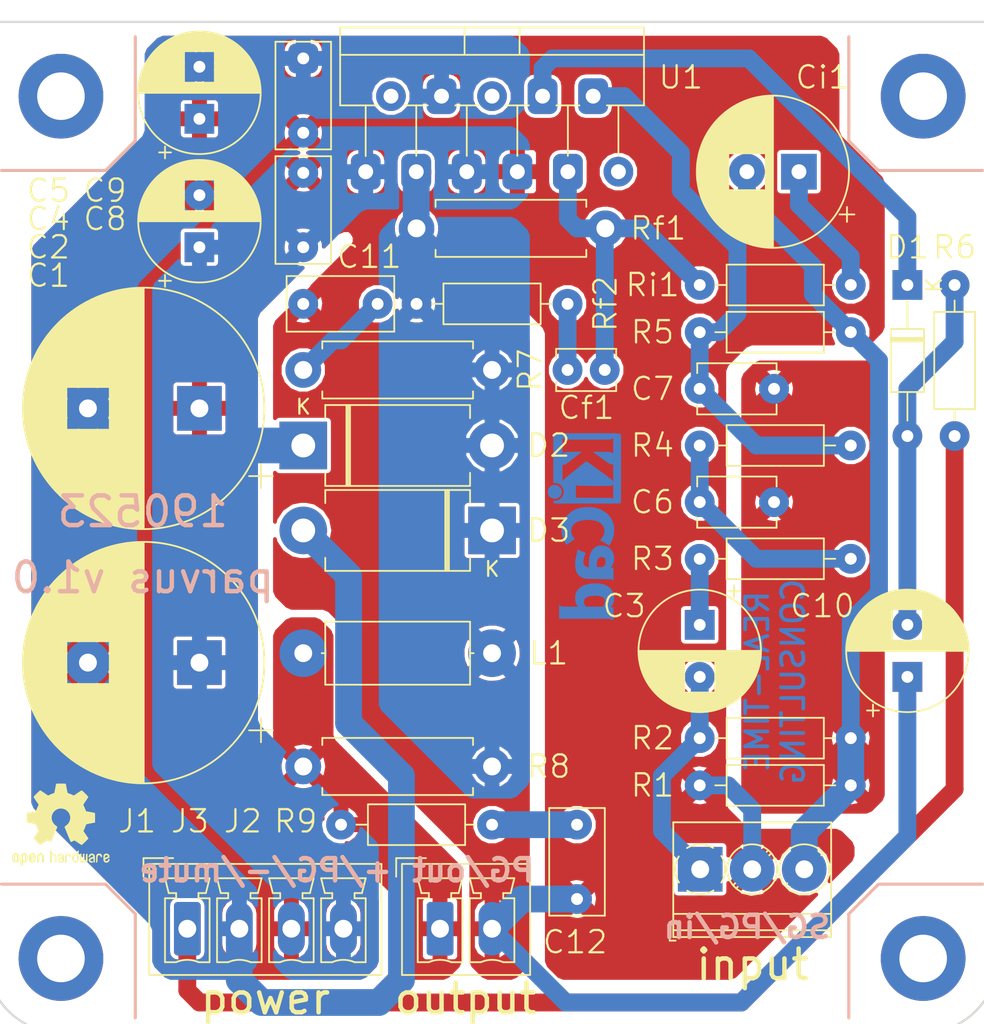
<source format=kicad_pcb>
(kicad_pcb (version 20171130) (host pcbnew 5.0.2-bee76a0~70~ubuntu18.04.1)
  (layers (0 F.Cu signal) (31 B.Cu signal) (34 B.Paste user) (35 F.Paste user) (36 B.SilkS user) (37 F.SilkS user) (38 B.Mask user) (39 F.Mask user) (44 Edge.Cuts user hide))
  (net 0 "")
  (net 1 "Net-(C3-Pad1)")
  (net 2 GNDPWR)
  (net 3 VCC)
  (net 4 VEE)
  (net 5 "Net-(C3-Pad2)")
  (net 6 "Net-(C7-Pad1)")
  (net 7 "Net-(C6-Pad1)")
  (net 8 "Net-(C10-Pad2)")
  (net 9 "Net-(C11-Pad2)")
  (net 10 "Net-(C12-Pad2)")
  (net 11 "Net-(Cf1-Pad2)")
  (net 12 "Net-(Ci1-Pad1)")
  (net 13 "Net-(D1-Pad1)")
  (net 14 "Net-(Cf1-Pad1)")
  (net 15 /out)
  (net 16 /sgnd)
  (net 17 "Net-(J1-Pad1)")
  (net 18 "Net-(J3-Pad1)")
  (module Resistor_THT:R_Axial_DIN0207_L6.3mm_D2.5mm_P10.16mm_Horizontal (layer F.Cu) (at 159.63 104.775 180)
    (fp_text reference R1 (at 13.335 0 180) (layer F.SilkS) (effects (font (size 1.5 1.5))))
    (fp_text value 10)
    (pad 1 thru_hole circle (at 0 0 180) (size 2 2) (drill 0.8) (layers *.Cu *.Mask) (net 16 /sgnd))
    (pad 2 thru_hole circle (at 10.16 0 180) (size 2 2) (drill 0.8) (layers *.Cu *.Mask) (net 2 GNDPWR))
  )
  (module Capacitor_THT:C_Rect_L7.0mm_W3.5mm_P5.00mm (layer F.Cu) (at 141.215 112.42 90)
    (fp_text reference C12 (at -2.896 -0.127 180) (layer F.SilkS) (effects (font (size 1.5 1.5))))
    (fp_text value 100n)
    (pad 1 thru_hole circle (at 0 0 90) (size 2 2) (drill 0.8) (layers *.Cu *.Mask) (net 2 GNDPWR))
    (pad 2 thru_hole circle (at 5 0 90) (size 2 2) (drill 0.8) (layers *.Cu *.Mask) (net 10 "Net-(C12-Pad2)"))
  )
  (module Capacitor_THT:CP_Radial_D16.0mm_P7.50mm (layer F.Cu) (at 115.815 96.52 180)
    (fp_text reference C1 (at 10.16 26.035 180) (layer F.SilkS) (effects (font (size 1.5 1.5))))
    (fp_text value 2m2)
    (pad 1 thru_hole rect (at 0 0 180) (size 3 3) (drill 1.2) (layers *.Cu *.Mask) (net 3 VCC))
    (pad 2 thru_hole circle (at 7.5 0 180) (size 3 3) (drill 1.2) (layers *.Cu *.Mask) (net 2 GNDPWR))
  )
  (module Capacitor_THT:CP_Radial_D8.0mm_P3.50mm (layer F.Cu) (at 115.815 68.58 90)
    (fp_text reference C4 (at 1.905 -10.16 180) (layer F.SilkS) (effects (font (size 1.5 1.5))))
    (fp_text value 100u)
    (pad 1 thru_hole rect (at 0 0 90) (size 2 2) (drill 0.8) (layers *.Cu *.Mask) (net 3 VCC))
    (pad 2 thru_hole circle (at 3.5 0 90) (size 2 2) (drill 0.8) (layers *.Cu *.Mask) (net 2 GNDPWR))
  )
  (module Capacitor_THT:C_Rect_L7.0mm_W3.5mm_P5.00mm (layer F.Cu) (at 122.8 72.39)
    (fp_text reference C11 (at 4.445 -3.175) (layer F.SilkS) (effects (font (size 1.5 1.5))))
    (fp_text value 220n)
    (pad 1 thru_hole circle (at 0 0) (size 2 2) (drill 0.8) (layers *.Cu *.Mask) (net 2 GNDPWR))
    (pad 2 thru_hole circle (at 5 0) (size 2 2) (drill 0.8) (layers *.Cu *.Mask) (net 9 "Net-(C11-Pad2)"))
  )
  (module Diode_THT:D_DO-201AD_P12.70mm_Horizontal (layer F.Cu) (at 122.8 81.915)
    (fp_text reference D2 (at 16.51 0 180) (layer F.SilkS) (effects (font (size 1.5 1.5))))
    (fp_text value 1N5404)
    (fp_text user K (at 0 -2.6) (layer F.SilkS))
    (pad 2 thru_hole oval (at 12.7 0) (size 3.2 3.2) (drill 1.6) (layers *.Cu *.Mask) (net 15 /out))
    (pad 1 thru_hole rect (at 0 0) (size 3.2 3.2) (drill 1.6) (layers *.Cu *.Mask) (net 3 VCC))
  )
  (module Symbol:KiCad-Logo_5mm_Copper (layer B.Cu) (at 142.231 87.376 270)
    (fp_text reference LOGO1 hide)
    (fp_text value Kicad_Logo)
    (fp_poly (pts (xy -2.9464 2.510946) (xy -2.935535 2.397007) (xy -2.903918 2.289384) (xy -2.853015 2.190385) (xy -2.784293 2.102316) (xy -2.699219 2.027484) (xy -2.602232 1.969616) (xy -2.495964 1.929995) (xy -2.38895 1.911427) (xy -2.2833 1.912566) (xy -2.181125 1.93207) (xy -2.084534 1.968594) (xy -1.995638 2.020795) (xy -1.916546 2.087327) (xy -1.849369 2.166848) (xy -1.796217 2.258013) (xy -1.759199 2.359477) (xy -1.740427 2.469898) (xy -1.738489 2.519794) (xy -1.738489 2.607733) (xy -1.68656 2.607733) (xy -1.650253 2.604889) (xy -1.623355 2.593089) (xy -1.596249 2.569351) (xy -1.557867 2.530969) (xy -1.557867 0.339398) (xy -1.557876 0.077261) (xy -1.557908 -0.163241) (xy -1.557972 -0.383048) (xy -1.558076 -0.583101) (xy -1.558227 -0.764344) (xy -1.558434 -0.927716) (xy -1.558706 -1.07416) (xy -1.55905 -1.204617) (xy -1.559474 -1.320029) (xy -1.559987 -1.421338) (xy -1.560597 -1.509484) (xy -1.561312 -1.58541) (xy -1.56214 -1.650057) (xy -1.563089 -1.704367) (xy -1.564167 -1.74928) (xy -1.565383 -1.78574) (xy -1.566745 -1.814687) (xy -1.568261 -1.837063) (xy -1.569938 -1.853809) (xy -1.571786 -1.865868) (xy -1.573813 -1.87418) (xy -1.576025 -1.879687) (xy -1.577108 -1.881537) (xy -1.581271 -1.888549) (xy -1.584805 -1.894996) (xy -1.588635 -1.9009) (xy -1.593682 -1.906286) (xy -1.600871 -1.911178) (xy -1.611123 -1.915598) (xy -1.625364 -1.919572) (xy -1.644514 -1.923121) (xy -1.669499 -1.92627) (xy -1.70124 -1.929042) (xy -1.740662 -1.931461) (xy -1.788686 -1.933551) (xy -1.846237 -1.935335) (xy -1.914237 -1.936837) (xy -1.99361 -1.93808) (xy -2.085279 -1.939089) (xy -2.190166 -1.939885) (xy -2.309196 -1.940494) (xy -2.44329 -1.940939) (xy -2.593373 -1.941243) (xy -2.760367 -1.94143) (xy -2.945196 -1.941524) (xy -3.148783 -1.941548) (xy -3.37205 -1.941525) (xy -3.615922 -1.94148) (xy -3.881321 -1.941437) (xy -3.919704 -1.941432) (xy -4.186682 -1.941389) (xy -4.432002 -1.941318) (xy -4.656583 -1.941213) (xy -4.861345 -1.941066) (xy -5.047206 -1.940869) (xy -5.215088 -1.940616) (xy -5.365908 -1.9403) (xy -5.500587 -1.939913) (xy -5.620044 -1.939447) (xy -5.725199 -1.938897) (xy -5.816971 -1.938253) (xy -5.896279 -1.937511) (xy -5.964043 -1.936661) (xy -6.021182 -1.935697) (xy -6.068617 -1.934611) (xy -6.107266 -1.933397) (xy -6.138049 -1.932047) (xy -6.161885 -1.930555) (xy -6.179694 -1.928911) (xy -6.192395 -1.927111) (xy -6.200908 -1.925145) (xy -6.205266 -1.923477) (xy -6.213728 -1.919906) (xy -6.221497 -1.91727) (xy -6.228602 -1.914634) (xy -6.235073 -1.911062) (xy -6.240939 -1.905621) (xy -6.246229 -1.897375) (xy -6.250974 -1.88539) (xy -6.255202 -1.868731) (xy -6.258943 -1.846463) (xy -6.262227 -1.817652) (xy -6.265083 -1.781363) (xy -6.26754 -1.736661) (xy -6.269629 -1.682611) (xy -6.271378 -1.618279) (xy -6.272817 -1.54273) (xy -6.273976 -1.45503) (xy -6.274883 -1.354243) (xy -6.275569 -1.239434) (xy -6.276063 -1.10967) (xy -6.276395 -0.964015) (xy -6.276593 -0.801535) (xy -6.276687 -0.621295) (xy -6.276708 -0.42236) (xy -6.276685 -0.203796) (xy -6.276646 0.035332) (xy -6.276622 0.29596) (xy -6.276622 0.338111) (xy -6.276636 0.601008) (xy -6.276661 0.842268) (xy -6.276671 1.062835) (xy -6.276642 1.263648) (xy -6.276548 1.445651) (xy -6.276362 1.609784) (xy -6.276059 1.756989) (xy -6.275614 1.888208) (xy -6.275034 1.998133) (xy -5.972197 1.998133) (xy -5.932407 1.940289) (xy -5.921236 1.924521) (xy -5.911166 1.910559) (xy -5.902138 1.897216) (xy -5.894097 1.883307) (xy -5.886986 1.867644) (xy -5.880747 1.849042) (xy -5.875325 1.826314) (xy -5.870662 1.798273) (xy -5.866701 1.763733) (xy -5.863385 1.721508) (xy -5.860659 1.670411) (xy -5.858464 1.609256) (xy -5.856745 1.536856) (xy -5.855444 1.452025) (xy -5.854505 1.353578) (xy -5.85387 1.240326) (xy -5.853484 1.111084) (xy -5.853288 0.964666) (xy -5.853227 0.799884) (xy -5.853243 0.615553) (xy -5.85328 0.410487) (xy -5.853289 0.287867) (xy -5.853265 0.070918) (xy -5.853231 -0.124642) (xy -5.853243 -0.299999) (xy -5.853358 -0.456341) (xy -5.85363 -0.594857) (xy -5.854118 -0.716734) (xy -5.854876 -0.82316) (xy -5.855962 -0.915322) (xy -5.857431 -0.994409) (xy -5.85934 -1.061608) (xy -5.861744 -1.118107) (xy -5.864701 -1.165093) (xy -5.868266 -1.203755) (xy -5.872495 -1.23528) (xy -5.877446 -1.260855) (xy -5.883173 -1.28167) (xy -5.889733 -1.298911) (xy -5.897183 -1.313765) (xy -5.905579 -1.327422) (xy -5.914976 -1.341069) (xy -5.925432 -1.355893) (xy -5.931523 -1.364783) (xy -5.970296 -1.4224) (xy -5.438732 -1.4224) (xy -5.315483 -1.422365) (xy -5.212987 -1.422215) (xy -5.12942 -1.421878) (xy -5.062956 -1.421286) (xy -5.011771 -1.420367) (xy -4.974041 -1.419051) (xy -4.94794 -1.417269) (xy -4.931644 -1.414951) (xy -4.923328 -1.412026) (xy -4.921168 -1.408424) (xy -4.923339 -1.404075) (xy -4.924535 -1.402645) (xy -4.949685 -1.365573) (xy -4.975583 -1.312772) (xy -4.999192 -1.25077) (xy -5.007461 -1.224357) (xy -5.012078 -1.206416) (xy -5.015979 -1.185355) (xy -5.019248 -1.159089) (xy -5.021966 -1.125532) (xy -5.024215 -1.082599) (xy -5.026077 -1.028204) (xy -5.027636 -0.960262) (xy -5.028972 -0.876688) (xy -5.030169 -0.775395) (xy -5.031308 -0.6543) (xy -5.031685 -0.6096) (xy -5.032702 -0.484449) (xy -5.03346 -0.380082) (xy -5.033903 -0.294707) (xy -5.03397 -0.226533) (xy -5.033605 -0.173765) (xy -5.032748 -0.134614) (xy -5.031341 -0.107285) (xy -5.029325 -0.089986) (xy -5.026643 -0.080926) (xy -5.023236 -0.078312) (xy -5.019044 -0.080351) (xy -5.014571 -0.084667) (xy -5.004216 -0.097602) (xy -4.982158 -0.126676) (xy -4.949957 -0.169759) (xy -4.909174 -0.224718) (xy -4.86137 -0.289423) (xy -4.808105 -0.361742) (xy -4.75094 -0.439544) (xy -4.691437 -0.520698) (xy -4.631155 -0.603072) (xy -4.571655 -0.684536) (xy -4.514498 -0.762957) (xy -4.461245 -0.836204) (xy -4.413457 -0.902147) (xy -4.372693 -0.958654) (xy -4.340516 -1.003593) (xy -4.318485 -1.034834) (xy -4.313917 -1.041466) (xy -4.290996 -1.078369) (xy -4.264188 -1.126359) (xy -4.238789 -1.175897) (xy -4.235568 -1.182577) (xy -4.21389 -1.230772) (xy -4.201304 -1.268334) (xy -4.195574 -1.30416) (xy -4.194456 -1.3462) (xy -4.19509 -1.4224) (xy -3.040651 -1.4224) (xy -3.131815 -1.328669) (xy -3.178612 -1.278775) (xy -3.228899 -1.222295) (xy -3.274944 -1.168026) (xy -3.295369 -1.142673) (xy -3.325807 -1.103128) (xy -3.365862 -1.049916) (xy -3.414361 -0.984667) (xy -3.470135 -0.909011) (xy -3.532011 -0.824577) (xy -3.598819 -0.732994) (xy -3.669387 -0.635892) (xy -3.742545 -0.534901) (xy -3.817121 -0.43165) (xy -3.891944 -0.327768) (xy -3.965843 -0.224885) (xy -4.037646 -0.124631) (xy -4.106184 -0.028636) (xy -4.170284 0.061473) (xy -4.228775 0.144064) (xy -4.280486 0.217508) (xy -4.324247 0.280176) (xy -4.358885 0.330439) (xy -4.38323 0.366666) (xy -4.396111 0.387229) (xy -4.397869 0.391332) (xy -4.38991 0.402658) (xy -4.369115 0.429838) (xy -4.336847 0.471171) (xy -4.29447 0.524956) (xy -4.243347 0.589494) (xy -4.184841 0.663082) (xy -4.120314 0.744022) (xy -4.051131 0.830612) (xy -3.978653 0.921152) (xy -3.904246 1.01394) (xy -3.844517 1.088298) (xy -2.833511 1.088298) (xy -2.827602 1.075341) (xy -2.813272 1.053092) (xy -2.812225 1.051609) (xy -2.793438 1.021456) (xy -2.773791 0.984625) (xy -2.769892 0.976489) (xy -2.766356 0.96806) (xy -2.76323 0.957941) (xy -2.760486 0.94474) (xy -2.758092 0.927062) (xy -2.756019 0.903516) (xy -2.754235 0.872707) (xy -2.752712 0.833243) (xy -2.751419 0.783731) (xy -2.750326 0.722777) (xy -2.749403 0.648989) (xy -2.748619 0.560972) (xy -2.747945 0.457335) (xy -2.74735 0.336684) (xy -2.746805 0.197626) (xy -2.746279 0.038768) (xy -2.745745 -0.140089) (xy -2.745206 -0.325207) (xy -2.744772 -0.489145) (xy -2.744509 -0.633303) (xy -2.744484 -0.759079) (xy -2.744765 -0.867871) (xy -2.745419 -0.961077) (xy -2.746514 -1.040097) (xy -2.748118 -1.106328) (xy -2.750297 -1.16117) (xy -2.753119 -1.206021) (xy -2.756651 -1.242278) (xy -2.760961 -1.271341) (xy -2.766117 -1.294609) (xy -2.772185 -1.313479) (xy -2.779233 -1.329351) (xy -2.787329 -1.343622) (xy -2.79654 -1.357691) (xy -2.80504 -1.370158) (xy -2.822176 -1.396452) (xy -2.832322 -1.414037) (xy -2.833511 -1.417257) (xy -2.822604 -1.418334) (xy -2.791411 -1.419335) (xy -2.742223 -1.420235) (xy -2.677333 -1.42101) (xy -2.59903 -1.421637) (xy -2.509607 -1.422091) (xy -2.411356 -1.422349) (xy -2.342445 -1.4224) (xy -2.237452 -1.42218) (xy -2.14061 -1.421548) (xy -2.054107 -1.420549) (xy -1.980132 -1.419227) (xy -1.920874 -1.417626) (xy -1.87852 -1.415791) (xy -1.85526 -1.413765) (xy -1.851378 -1.412493) (xy -1.859076 -1.397591) (xy -1.867074 -1.38956) (xy -1.880246 -1.372434) (xy -1.897485 -1.342183) (xy -1.909407 -1.317622) (xy -1.936045 -1.258711) (xy -1.93912 -0.081845) (xy -1.942195 1.095022) (xy -2.387853 1.095022) (xy -2.48567 1.094858) (xy -2.576064 1.094389) (xy -2.65663 1.093653) (xy -2.724962 1.092684) (xy -2.778656 1.09152) (xy -2.815305 1.090197) (xy -2.832504 1.088751) (xy -2.833511 1.088298) (xy -3.844517 1.088298) (xy -3.82927 1.107278) (xy -3.75509 1.199463) (xy -3.683069 1.288796) (xy -3.614569 1.373576) (xy -3.550955 1.452102) (xy -3.493588 1.522674) (xy -3.443833 1.583591) (xy -3.403052 1.633153) (xy -3.385888 1.653822) (xy -3.299596 1.754484) (xy -3.222997 1.837741) (xy -3.154183 1.905562) (xy -3.091248 1.959911) (xy -3.081867 1.967278) (xy -3.042356 1.997883) (xy -4.174116 1.998133) (xy -4.168827 1.950156) (xy -4.17213 1.892812) (xy -4.193661 1.824537) (xy -4.233635 1.744788) (xy -4.278943 1.672505) (xy -4.295161 1.64986) (xy -4.323214 1.612304) (xy -4.36143 1.561979) (xy -4.408137 1.501027) (xy -4.461661 1.431589) (xy -4.520331 1.355806) (xy -4.582475 1.27582) (xy -4.646421 1.193772) (xy -4.710495 1.111804) (xy -4.773027 1.032057) (xy -4.832343 0.956673) (xy -4.886771 0.887793) (xy -4.934639 0.827558) (xy -4.974275 0.778111) (xy -5.004006 0.741592) (xy -5.022161 0.720142) (xy -5.02522 0.716844) (xy -5.028079 0.724851) (xy -5.030293 0.755145) (xy -5.031857 0.807444) (xy -5.032767 0.881469) (xy -5.03302 0.976937) (xy -5.032613 1.093566) (xy -5.031704 1.213555) (xy -5.030382 1.345667) (xy -5.028857 1.457406) (xy -5.026881 1.550975) (xy -5.024206 1.628581) (xy -5.020582 1.692426) (xy -5.015761 1.744717) (xy -5.009494 1.787656) (xy -5.001532 1.823449) (xy -4.991627 1.8543) (xy -4.979531 1.882414) (xy -4.964993 1.909995) (xy -4.950311 1.935034) (xy -4.912314 1.998133) (xy -5.972197 1.998133) (xy -6.275034 1.998133) (xy -6.275001 2.004383) (xy -6.274195 2.106456) (xy -6.27317 2.195367) (xy -6.2719 2.272059) (xy -6.27036 2.337473) (xy -6.268524 2.392551) (xy -6.266367 2.438235) (xy -6.263863 2.475466) (xy -6.260987 2.505187) (xy -6.257713 2.528338) (xy -6.254015 2.545861) (xy -6.249869 2.558699) (xy -6.245247 2.567792) (xy -6.240126 2.574082) (xy -6.234478 2.578512) (xy -6.228279 2.582022) (xy -6.221504 2.585555) (xy -6.215508 2.589124) (xy -6.210275 2.5917) (xy -6.202099 2.594028) (xy -6.189886 2.596122) (xy -6.172541 2.597993) (xy -6.148969 2.599653) (xy -6.118077 2.601116) (xy -6.078768 2.602392) (xy -6.02995 2.603496) (xy -5.970527 2.604439) (xy -5.899404 2.605233) (xy -5.815488 2.605891) (xy -5.717683 2.606425) (xy -5.604894 2.606847) (xy -5.476029 2.607171) (xy -5.329991 2.607408) (xy -5.165686 2.60757) (xy -4.98202 2.60767) (xy -4.777897 2.60772) (xy -4.566753 2.607733) (xy -2.9464 2.607733) (xy -2.9464 2.510946)) (layer B.Cu) (width 0.01))
    (fp_poly (pts (xy 0.328429 2.050929) (xy 0.48857 2.029755) (xy 0.65251 1.989615) (xy 0.822313 1.930111) (xy 1.000043 1.850846) (xy 1.01131 1.845301) (xy 1.069005 1.817275) (xy 1.120552 1.793198) (xy 1.162191 1.774751) (xy 1.190162 1.763614) (xy 1.199733 1.761067) (xy 1.21895 1.756059) (xy 1.223561 1.751853) (xy 1.218458 1.74142) (xy 1.202418 1.715132) (xy 1.177288 1.675743) (xy 1.144914 1.626009) (xy 1.107143 1.568685) (xy 1.065822 1.506524) (xy 1.022798 1.442282) (xy 0.979917 1.378715) (xy 0.939026 1.318575) (xy 0.901971 1.26462) (xy 0.8706 1.219603) (xy 0.846759 1.186279) (xy 0.832294 1.167403) (xy 0.830309 1.165213) (xy 0.820191 1.169862) (xy 0.79785 1.187038) (xy 0.76728 1.21356) (xy 0.751536 1.228036) (xy 0.655047 1.303318) (xy 0.548336 1.358759) (xy 0.432832 1.393859) (xy 0.309962 1.40812) (xy 0.240561 1.406949) (xy 0.119423 1.389788) (xy 0.010205 1.353906) (xy -0.087418 1.299041) (xy -0.173772 1.22493) (xy -0.249185 1.131312) (xy -0.313982 1.017924) (xy -0.351399 0.931333) (xy -0.395252 0.795634) (xy -0.427572 0.64815) (xy -0.448443 0.492686) (xy -0.457949 0.333044) (xy -0.456173 0.173027) (xy -0.443197 0.016439) (xy -0.419106 -0.132918) (xy -0.383982 -0.27124) (xy -0.337908 -0.394724) (xy -0.321627 -0.428978) (xy -0.25338 -0.543064) (xy -0.172921 -0.639557) (xy -0.08143 -0.71767) (xy 0.019911 -0.776617) (xy 0.12992 -0.815612) (xy 0.247415 -0.833868) (xy 0.288883 -0.835211) (xy 0.410441 -0.82429) (xy 0.530878 -0.791474) (xy 0.648666 -0.737439) (xy 0.762277 -0.662865) (xy 0.853685 -0.584539) (xy 0.900215 -0.540008) (xy 1.081483 -0.837271) (xy 1.12658 -0.911433) (xy 1.167819 -0.979646) (xy 1.203735 -1.039459) (xy 1.232866 -1.08842) (xy 1.25375 -1.124079) (xy 1.264924 -1.143984) (xy 1.266375 -1.147079) (xy 1.258146 -1.156718) (xy 1.232567 -1.173999) (xy 1.192873 -1.197283) (xy 1.142297 -1.224934) (xy 1.084074 -1.255315) (xy 1.021437 -1.28679) (xy 0.957621 -1.317722) (xy 0.89586 -1.346473) (xy 0.839388 -1.371408) (xy 0.791438 -1.390889) (xy 0.767986 -1.399318) (xy 0.634221 -1.437133) (xy 0.496327 -1.462136) (xy 0.348622 -1.47514) (xy 0.221833 -1.477468) (xy 0.153878 -1.476373) (xy 0.088277 -1.474275) (xy 0.030847 -1.471434) (xy -0.012597 -1.468106) (xy -0.026702 -1.466422) (xy -0.165716 -1.437587) (xy -0.307243 -1.392468) (xy -0.444725 -1.33375) (xy -0.571606 -1.26412) (xy -0.649111 -1.211441) (xy -0.776519 -1.103239) (xy -0.894822 -0.976671) (xy -1.001828 -0.834866) (xy -1.095348 -0.680951) (xy -1.17319 -0.518053) (xy -1.217044 -0.400756) (xy -1.267292 -0.217128) (xy -1.300791 -0.022581) (xy -1.317551 0.178675) (xy -1.317584 0.382432) (xy -1.300899 0.584479) (xy -1.267507 0.780608) (xy -1.21742 0.966609) (xy -1.213603 0.978197) (xy -1.150719 1.14025) (xy -1.073972 1.288168) (xy -0.980758 1.426135) (xy -0.868473 1.558339) (xy -0.824608 1.603601) (xy -0.688466 1.727543) (xy -0.548509 1.830085) (xy -0.402589 1.912344) (xy -0.248558 1.975436) (xy -0.084268 2.020477) (xy 0.011289 2.037967) (xy 0.170023 2.053534) (xy 0.328429 2.050929)) (layer B.Cu) (width 0.01))
    (fp_poly (pts (xy 2.673574 1.133448) (xy 2.825492 1.113433) (xy 2.960756 1.079798) (xy 3.080239 1.032275) (xy 3.184815 0.970595) (xy 3.262424 0.907035) (xy 3.331265 0.832901) (xy 3.385006 0.753129) (xy 3.42791 0.660909) (xy 3.443384 0.617839) (xy 3.456244 0.578858) (xy 3.467446 0.542711) (xy 3.47712 0.507566) (xy 3.485396 0.47159) (xy 3.492403 0.43295) (xy 3.498272 0.389815) (xy 3.503131 0.340351) (xy 3.50711 0.282727) (xy 3.51034 0.215109) (xy 3.512949 0.135666) (xy 3.515067 0.042564) (xy 3.516824 -0.066027) (xy 3.518349 -0.191942) (xy 3.519772 -0.337012) (xy 3.521025 -0.479778) (xy 3.522351 -0.635968) (xy 3.523556 -0.771239) (xy 3.524766 -0.887246) (xy 3.526106 -0.985645) (xy 3.5277 -1.068093) (xy 3.529675 -1.136246) (xy 3.532156 -1.19176) (xy 3.535269 -1.236292) (xy 3.539138 -1.271498) (xy 3.543889 -1.299034) (xy 3.549648 -1.320556) (xy 3.556539 -1.337722) (xy 3.564689 -1.352186) (xy 3.574223 -1.365606) (xy 3.585266 -1.379638) (xy 3.589566 -1.385071) (xy 3.605386 -1.40791) (xy 3.612422 -1.423463) (xy 3.612444 -1.423922) (xy 3.601567 -1.426121) (xy 3.570582 -1.428147) (xy 3.521957 -1.429942) (xy 3.458163 -1.431451) (xy 3.381669 -1.432616) (xy 3.294944 -1.43338) (xy 3.200457 -1.433686) (xy 3.18955 -1.433689) (xy 2.766657 -1.433689) (xy 2.763395 -1.337622) (xy 2.760133 -1.241556) (xy 2.698044 -1.292543) (xy 2.600714 -1.360057) (xy 2.490813 -1.414749) (xy 2.404349 -1.444978) (xy 2.335278 -1.459666) (xy 2.251925 -1.469659) (xy 2.162159 -1.474646) (xy 2.073845 -1.474313) (xy 1.994851 -1.468351) (xy 1.958622 -1.462638) (xy 1.818603 -1.424776) (xy 1.692178 -1.369932) (xy 1.58026 -1.298924) (xy 1.483762 -1.212568) (xy 1.4036 -1.111679) (xy 1.340687 -0.997076) (xy 1.296312 -0.870984) (xy 1.283978 -0.814401) (xy 1.276368 -0.752202) (xy 1.272739 -0.677363) (xy 1.272245 -0.643467) (xy 1.27231 -0.640282) (xy 2.032248 -0.640282) (xy 2.041541 -0.715333) (xy 2.069728 -0.77916) (xy 2.118197 -0.834798) (xy 2.123254 -0.839211) (xy 2.171548 -0.874037) (xy 2.223257 -0.89662) (xy 2.283989 -0.90854) (xy 2.359352 -0.911383) (xy 2.377459 -0.910978) (xy 2.431278 -0.908325) (xy 2.471308 -0.902909) (xy 2.506324 -0.892745) (xy 2.545103 -0.87585) (xy 2.555745 -0.870672) (xy 2.616396 -0.834844) (xy 2.663215 -0.792212) (xy 2.675952 -0.776973) (xy 2.720622 -0.720462) (xy 2.720622 -0.524586) (xy 2.720086 -0.445939) (xy 2.718396 -0.387988) (xy 2.715428 -0.348875) (xy 2.711057 -0.326741) (xy 2.706972 -0.320274) (xy 2.691047 -0.317111) (xy 2.657264 -0.314488) (xy 2.61034 -0.312655) (xy 2.554993 -0.311857) (xy 2.546106 -0.311842) (xy 2.42533 -0.317096) (xy 2.32266 -0.333263) (xy 2.236106 -0.360961) (xy 2.163681 -0.400808) (xy 2.108751 -0.447758) (xy 2.064204 -0.505645) (xy 2.03948 -0.568693) (xy 2.032248 -0.640282) (xy 1.27231 -0.640282) (xy 1.274178 -0.549712) (xy 1.282522 -0.470812) (xy 1.298768 -0.39959) (xy 1.324405 -0.328864) (xy 1.348401 -0.276493) (xy 1.40702 -0.181196) (xy 1.485117 -0.09317) (xy 1.580315 -0.014017) (xy 1.690238 0.05466) (xy 1.81251 0.111259) (xy 1.944755 0.154179) (xy 2.009422 0.169118) (xy 2.145604 0.191223) (xy 2.294049 0.205806) (xy 2.445505 0.212187) (xy 2.572064 0.210555) (xy 2.73395 0.203776) (xy 2.72653 0.262755) (xy 2.707238 0.361908) (xy 2.676104 0.442628) (xy 2.632269 0.505534) (xy 2.574871 0.551244) (xy 2.503048 0.580378) (xy 2.415941 0.593553) (xy 2.312686 0.591389) (xy 2.274711 0.587388) (xy 2.13352 0.56222) (xy 1.996707 0.521186) (xy 1.902178 0.483185) (xy 1.857018 0.46381) (xy 1.818585 0.44824) (xy 1.792234 0.438595) (xy 1.784546 0.436548) (xy 1.774802 0.445626) (xy 1.758083 0.474595) (xy 1.734232 0.523783) (xy 1.703093 0.593516) (xy 1.664507 0.684121) (xy 1.65791 0.699911) (xy 1.627853 0.772228) (xy 1.600874 0.837575) (xy 1.578136 0.893094) (xy 1.560806 0.935928) (xy 1.550048 0.963219) (xy 1.546941 0.972058) (xy 1.55694 0.976813) (xy 1.583217 0.98209) (xy 1.611489 0.985769) (xy 1.641646 0.990526) (xy 1.689433 0.999972) (xy 1.750612 1.01318) (xy 1.820946 1.029224) (xy 1.896194 1.04718) (xy 1.924755 1.054203) (xy 2.029816 1.079791) (xy 2.11748 1.099853) (xy 2.192068 1.115031) (xy 2.257903 1.125965) (xy 2.319307 1.133296) (xy 2.380602 1.137665) (xy 2.44611 1.139713) (xy 2.504128 1.140111) (xy 2.673574 1.133448)) (layer B.Cu) (width 0.01))
    (fp_poly (pts (xy 6.186507 0.527755) (xy 6.186526 0.293338) (xy 6.186552 0.080397) (xy 6.186625 -0.112168) (xy 6.186782 -0.285459) (xy 6.187064 -0.440576) (xy 6.187509 -0.57862) (xy 6.188156 -0.700692) (xy 6.189045 -0.807894) (xy 6.190213 -0.901326) (xy 6.191701 -0.98209) (xy 6.193546 -1.051286) (xy 6.195789 -1.110015) (xy 6.198469 -1.159379) (xy 6.201623 -1.200478) (xy 6.205292 -1.234413) (xy 6.209513 -1.262286) (xy 6.214327 -1.285198) (xy 6.219773 -1.304249) (xy 6.225888 -1.32054) (xy 6.232712 -1.335173) (xy 6.240285 -1.349249) (xy 6.248645 -1.363868) (xy 6.253839 -1.372974) (xy 6.288104 -1.433689) (xy 5.429955 -1.433689) (xy 5.429955 -1.337733) (xy 5.429224 -1.29437) (xy 5.427272 -1.261205) (xy 5.424463 -1.243424) (xy 5.423221 -1.241778) (xy 5.411799 -1.248662) (xy 5.389084 -1.266505) (xy 5.366385 -1.285879) (xy 5.3118 -1.326614) (xy 5.242321 -1.367617) (xy 5.16527 -1.405123) (xy 5.087965 -1.435364) (xy 5.057113 -1.445012) (xy 4.988616 -1.459578) (xy 4.905764 -1.469539) (xy 4.816371 -1.474583) (xy 4.728248 -1.474396) (xy 4.649207 -1.468666) (xy 4.611511 -1.462858) (xy 4.473414 -1.424797) (xy 4.346113 -1.367073) (xy 4.230292 -1.290211) (xy 4.126637 -1.194739) (xy 4.035833 -1.081179) (xy 3.969031 -0.970381) (xy 3.914164 -0.853625) (xy 3.872163 -0.734276) (xy 3.842167 -0.608283) (xy 3.823311 -0.471594) (xy 3.814732 -0.320158) (xy 3.814006 -0.242711) (xy 3.8161 -0.185934) (xy 4.645217 -0.185934) (xy 4.645424 -0.279002) (xy 4.648337 -0.366692) (xy 4.654 -0.443772) (xy 4.662455 -0.505009) (xy 4.665038 -0.51735) (xy 4.69684 -0.624633) (xy 4.738498 -0.711658) (xy 4.790363 -0.778642) (xy 4.852781 -0.825805) (xy 4.9261 -0.853365) (xy 5.010669 -0.861541) (xy 5.106835 -0.850551) (xy 5.170311 -0.834829) (xy 5.219454 -0.816639) (xy 5.273583 -0.790791) (xy 5.314244 -0.767089) (xy 5.3848 -0.720721) (xy 5.3848 0.42947) (xy 5.317392 0.473038) (xy 5.238867 0.51396) (xy 5.154681 0.540611) (xy 5.069557 0.552535) (xy 4.988216 0.549278) (xy 4.91538 0.530385) (xy 4.883426 0.514816) (xy 4.825501 0.471819) (xy 4.776544 0.415047) (xy 4.73539 0.342425) (xy 4.700874 0.251879) (xy 4.671833 0.141334) (xy 4.670552 0.135467) (xy 4.660381 0.073212) (xy 4.652739 -0.004594) (xy 4.64767 -0.09272) (xy 4.645217 -0.185934) (xy 3.8161 -0.185934) (xy 3.821857 -0.029895) (xy 3.843802 0.165941) (xy 3.879786 0.344668) (xy 3.929759 0.506155) (xy 3.993668 0.650274) (xy 4.071462 0.776894) (xy 4.163089 0.885885) (xy 4.268497 0.977117) (xy 4.313662 1.008068) (xy 4.414611 1.064215) (xy 4.517901 1.103826) (xy 4.627989 1.127986) (xy 4.74933 1.137781) (xy 4.841836 1.136735) (xy 4.97149 1.125769) (xy 5.084084 1.103954) (xy 5.182875 1.070286) (xy 5.271121 1.023764) (xy 5.319986 0.989552) (xy 5.349353 0.967638) (xy 5.371043 0.952667) (xy 5.379253 0.948267) (xy 5.380868 0.959096) (xy 5.382159 0.989749) (xy 5.383138 1.037474) (xy 5.383817 1.099521) (xy 5.38421 1.173138) (xy 5.38433 1.255573) (xy 5.384188 1.344075) (xy 5.383797 1.435893) (xy 5.383171 1.528276) (xy 5.38232 1.618472) (xy 5.38126 1.703729) (xy 5.380001 1.781297) (xy 5.378556 1.848424) (xy 5.376938 1.902359) (xy 5.375161 1.94035) (xy 5.374669 1.947333) (xy 5.367092 2.017749) (xy 5.355531 2.072898) (xy 5.337792 2.120019) (xy 5.311682 2.166353) (xy 5.305415 2.175933) (xy 5.280983 2.212622) (xy 6.186311 2.212622) (xy 6.186507 0.527755)) (layer B.Cu) (width 0.01))
    (fp_poly (pts (xy -2.273043 2.973429) (xy -2.176768 2.949191) (xy -2.090184 2.906359) (xy -2.015373 2.846581) (xy -1.954418 2.771506) (xy -1.909399 2.68278) (xy -1.883136 2.58647) (xy -1.877286 2.489205) (xy -1.89214 2.395346) (xy -1.92584 2.307489) (xy -1.976528 2.22823) (xy -2.042345 2.160164) (xy -2.121434 2.105888) (xy -2.211934 2.067998) (xy -2.2632 2.055574) (xy -2.307698 2.048053) (xy -2.341999 2.045081) (xy -2.37496 2.046906) (xy -2.415434 2.053775) (xy -2.448531 2.06075) (xy -2.541947 2.092259) (xy -2.625619 2.143383) (xy -2.697665 2.212571) (xy -2.7562 2.298272) (xy -2.770148 2.325511) (xy -2.786586 2.361878) (xy -2.796894 2.392418) (xy -2.80246 2.42455) (xy -2.804669 2.465693) (xy -2.804948 2.511778) (xy -2.800861 2.596135) (xy -2.787446 2.665414) (xy -2.762256 2.726039) (xy -2.722846 2.784433) (xy -2.684298 2.828698) (xy -2.612406 2.894516) (xy -2.537313 2.939947) (xy -2.454562 2.96715) (xy -2.376928 2.977424) (xy -2.273043 2.973429)) (layer B.Cu) (width 0.01))
  )
  (module Symbol:OSHW-Logo2_7.3x6mm_SilkScreen (layer F.Cu) (at 106.5 107.42)
    (fp_text reference LOGO2 hide)
    (fp_text value "OSHW Logo" hide)
  )
  (module MountingHole:MountingHole_3.2mm_M3_ISO7380_Pad (layer F.Cu) (at 106.5 116.42)
    (fp_text reference MK1 hide)
    (fp_text value Mounting_Hole)
    (pad 1 thru_hole circle (at 0 0) (size 5.7 5.7) (drill 3.2) (layers *.Cu *.Mask))
  )
  (module MountingHole:MountingHole_3.2mm_M3_ISO7380_Pad (layer F.Cu) (at 106.5 58.42)
    (fp_text reference MK2 hide)
    (fp_text value Mounting_Hole)
    (pad 1 thru_hole circle (at 0 0) (size 5.7 5.7) (drill 3.2) (layers *.Cu *.Mask))
  )
  (module MountingHole:MountingHole_3.2mm_M3_ISO7380_Pad (layer F.Cu) (at 164.5 58.42)
    (fp_text reference MK3 hide)
    (fp_text value Mounting_Hole)
    (pad 1 thru_hole circle (at 0 0) (size 5.7 5.7) (drill 3.2) (layers *.Cu *.Mask))
  )
  (module MountingHole:MountingHole_3.2mm_M3_ISO7380_Pad (layer F.Cu) (at 164.5 116.42)
    (fp_text reference MK4 hide)
    (fp_text value Mounting_Hole)
    (pad 1 thru_hole circle (at 0 0) (size 5.7 5.7) (drill 3.2) (layers *.Cu *.Mask))
  )
  (module Resistor_THT:R_Axial_DIN0207_L6.3mm_D2.5mm_P10.16mm_Horizontal (layer F.Cu) (at 166.615 71.12 270)
    (fp_text reference R6 (at -2.54 0) (layer F.SilkS) (effects (font (size 1.5 1.5))))
    (fp_text value 7k5)
    (pad 2 thru_hole circle (at 10.16 0 270) (size 2 2) (drill 0.8) (layers *.Cu *.Mask) (net 17 "Net-(J1-Pad1)"))
    (pad 1 thru_hole circle (at 0 0 270) (size 2 2) (drill 0.8) (layers *.Cu *.Mask) (net 8 "Net-(C10-Pad2)"))
  )
  (module Package_TO_SOT_THT:TO-220-11_P3.4x5.08mm_StaggerOdd_Lead4.85mm_Vertical (layer F.Cu) (at 127 63.5)
    (fp_text reference U1 (at 21.2 -6.35) (layer F.SilkS) (effects (font (size 1.5 1.5))))
    (fp_text value LM3886)
    (pad 1 thru_hole roundrect (at 0 0) (size 2 2.4) (drill 1) (layers *.Cu *.Mask) (net 3 VCC))
    (pad 2 thru_hole circle (at 1.7 -5.08) (size 2 2) (drill 1) (layers *.Cu *.Mask))
    (pad 3 thru_hole roundrect (at 3.4 0) (size 2 2.4) (drill 1) (layers *.Cu *.Mask) (net 15 /out))
    (pad 4 thru_hole roundrect (at 5.1 -5.08) (size 2 2.4) (drill 1) (layers *.Cu *.Mask) (net 4 VEE))
    (pad 5 thru_hole roundrect (at 6.8 0) (size 2 2.4) (drill 1) (layers *.Cu *.Mask) (net 3 VCC))
    (pad 6 thru_hole circle (at 8.5 -5.08) (size 2 2) (drill 1) (layers *.Cu *.Mask))
    (pad 7 thru_hole roundrect (at 10.2 0) (size 2 2.4) (drill 1) (layers *.Cu *.Mask) (net 2 GNDPWR))
    (pad 8 thru_hole roundrect (at 11.9 -5.08) (size 2 2.4) (drill 1) (layers *.Cu *.Mask) (net 13 "Net-(D1-Pad1)"))
    (pad 9 thru_hole roundrect (at 13.6 0) (size 2 2.4) (drill 1) (layers *.Cu *.Mask) (net 11 "Net-(Cf1-Pad2)"))
    (pad 10 thru_hole roundrect (at 15.3 -5.08) (size 2 2.4) (drill 1) (layers *.Cu *.Mask) (net 6 "Net-(C7-Pad1)"))
    (pad 11 thru_hole circle (at 17 0) (size 2 2) (drill 1) (layers *.Cu *.Mask))
  )
  (module Capacitor_THT:C_Disc_D3.8mm_W2.6mm_P2.50mm (layer F.Cu) (at 140.58 76.835)
    (fp_text reference Cf1 (at 1.27 2.54) (layer F.SilkS) (effects (font (size 1.5 1.5))))
    (fp_text value 68p)
    (pad 1 thru_hole circle (at 0 0) (size 2 2) (drill 0.8) (layers *.Cu *.Mask) (net 14 "Net-(Cf1-Pad1)"))
    (pad 2 thru_hole circle (at 2.5 0) (size 2 2) (drill 0.8) (layers *.Cu *.Mask) (net 11 "Net-(Cf1-Pad2)"))
  )
  (module Resistor_THT:R_Axial_DIN0207_L6.3mm_D2.5mm_P10.16mm_Horizontal (layer F.Cu) (at 149.47 71.12)
    (fp_text reference Ri1 (at -3.175 0) (layer F.SilkS) (effects (font (size 1.5 1.5))))
    (fp_text value 100)
    (pad 1 thru_hole circle (at 0 0) (size 2 2) (drill 0.8) (layers *.Cu *.Mask) (net 11 "Net-(Cf1-Pad2)"))
    (pad 2 thru_hole circle (at 10.16 0) (size 2 2) (drill 0.8) (layers *.Cu *.Mask) (net 12 "Net-(Ci1-Pad1)"))
  )
  (module Capacitor_THT:CP_Radial_D16.0mm_P7.50mm (layer F.Cu) (at 115.815 79.42 180)
    (fp_text reference C2 (at 10.16 10.84 180) (layer F.SilkS) (effects (font (size 1.5 1.5))))
    (fp_text value 2m2)
    (pad 1 thru_hole rect (at 0 0 180) (size 3 3) (drill 1.2) (layers *.Cu *.Mask) (net 2 GNDPWR))
    (pad 2 thru_hole circle (at 7.5 0 180) (size 3 3) (drill 1.2) (layers *.Cu *.Mask) (net 4 VEE))
  )
  (module Capacitor_THT:CP_Radial_D8.0mm_P3.50mm (layer F.Cu) (at 149.47 93.98 270)
    (fp_text reference C3 (at -1.27 5.08) (layer F.SilkS) (effects (font (size 1.5 1.5))))
    (fp_text value 100u)
    (pad 1 thru_hole rect (at 0 0 270) (size 2 2) (drill 0.8) (layers *.Cu *.Mask) (net 1 "Net-(C3-Pad1)"))
    (pad 2 thru_hole circle (at 3.5 0 270) (size 2 2) (drill 0.8) (layers *.Cu *.Mask) (net 5 "Net-(C3-Pad2)"))
  )
  (module Capacitor_THT:C_Rect_L7.0mm_W3.5mm_P5.00mm (layer F.Cu) (at 122.8 68.58 90)
    (fp_text reference C8 (at 1.905 -13.335 180) (layer F.SilkS) (effects (font (size 1.5 1.5))))
    (fp_text value 100n)
    (pad 2 thru_hole circle (at 5 0 90) (size 2 2) (drill 0.8) (layers *.Cu *.Mask) (net 2 GNDPWR))
    (pad 1 thru_hole circle (at 0 0 90) (size 2 2) (drill 0.8) (layers *.Cu *.Mask) (net 3 VCC))
  )
  (module Capacitor_THT:C_Rect_L7.0mm_W3.5mm_P5.00mm (layer F.Cu) (at 122.8 60.88 90)
    (fp_text reference C9 (at -3.89 -13.335 180) (layer F.SilkS) (effects (font (size 1.5 1.5))))
    (fp_text value 100n)
    (pad 1 thru_hole circle (at 0 0 90) (size 2 2) (drill 0.8) (layers *.Cu *.Mask) (net 2 GNDPWR))
    (pad 2 thru_hole roundrect (at 5 0 90) (size 2 2) (drill 0.8) (layers *.Cu *.Mask) (net 4 VEE))
  )
  (module Capacitor_THT:CP_Radial_D8.0mm_P3.50mm (layer F.Cu) (at 163.44 97.48 90)
    (fp_text reference C10 (at 4.77 -5.715 180) (layer F.SilkS) (effects (font (size 1.5 1.5))))
    (fp_text value 100u)
    (pad 2 thru_hole circle (at 3.5 0 90) (size 2 2) (drill 0.8) (layers *.Cu *.Mask) (net 8 "Net-(C10-Pad2)"))
    (pad 1 thru_hole rect (at 0 0 90) (size 2 2) (drill 0.8) (layers *.Cu *.Mask) (net 2 GNDPWR))
  )
  (module Diode_THT:D_DO-201AD_P12.70mm_Horizontal (layer F.Cu) (at 135.5 87.63 180)
    (fp_text reference D3 (at -3.81 0 180) (layer F.SilkS) (effects (font (size 1.5 1.5))))
    (fp_text value 1N5404)
    (fp_text user K (at 0 -2.6 180) (layer F.SilkS))
    (pad 1 thru_hole rect (at 0 0 180) (size 3.2 3.2) (drill 1.6) (layers *.Cu *.Mask) (net 15 /out))
    (pad 2 thru_hole oval (at 12.7 0 180) (size 3.2 3.2) (drill 1.6) (layers *.Cu *.Mask) (net 4 VEE))
  )
  (module TerminalBlock_Phoenix:TerminalBlock_Phoenix_PT-1,5-3-3.5-H_1x03_P3.50mm_Horizontal (layer F.Cu) (at 149.5 110.42)
    (fp_text reference J2 (at -30.764 -3.232) (layer F.SilkS) (effects (font (size 1.5 1.5))))
    (fp_text value input)
    (pad 1 thru_hole rect (at 0 0) (size 3 3) (drill 1.2) (layers *.Cu *.Mask) (net 5 "Net-(C3-Pad2)"))
    (pad 2 thru_hole circle (at 3.5 0) (size 3 3) (drill 1.2) (layers *.Cu *.Mask) (net 2 GNDPWR))
    (pad 3 thru_hole circle (at 7 0) (size 3 3) (drill 1.2) (layers *.Cu *.Mask) (net 16 /sgnd))
  )
  (module Connector_Phoenix_MC:PhoenixContact_MCV_1,5_2-G-3.5_1x02_P3.50mm_Vertical (layer F.Cu) (at 132 114.42)
    (fp_text reference J3 (at -16.82 -7.232) (layer F.SilkS) (effects (font (size 1.5 1.5))))
    (fp_text value output)
    (pad 1 thru_hole roundrect (at 0 0) (size 1.8 3.6) (drill 1.2) (layers *.Cu *.Mask) (roundrect_rratio 0.138889) (net 18 "Net-(J3-Pad1)"))
    (pad 2 thru_hole oval (at 3.5 0) (size 1.8 3.6) (drill 1.2) (layers *.Cu *.Mask) (net 2 GNDPWR))
  )
  (module Resistor_THT:R_Axial_DIN0207_L6.3mm_D2.5mm_P10.16mm_Horizontal (layer F.Cu) (at 149.47 101.6)
    (fp_text reference R2 (at -3.175 0) (layer F.SilkS) (effects (font (size 1.5 1.5))))
    (fp_text value 100k)
    (pad 2 thru_hole circle (at 10.16 0) (size 2 2) (drill 0.8) (layers *.Cu *.Mask) (net 16 /sgnd))
    (pad 1 thru_hole circle (at 0 0) (size 2 2) (drill 0.8) (layers *.Cu *.Mask) (net 5 "Net-(C3-Pad2)"))
  )
  (module Resistor_THT:R_Axial_DIN0207_L6.3mm_D2.5mm_P10.16mm_Horizontal (layer F.Cu) (at 159.63 89.535 180)
    (fp_text reference R3 (at 13.335 0 180) (layer F.SilkS) (effects (font (size 1.5 1.5))))
    (fp_text value 100)
    (pad 2 thru_hole circle (at 10.16 0 180) (size 2 2) (drill 0.8) (layers *.Cu *.Mask) (net 1 "Net-(C3-Pad1)"))
    (pad 1 thru_hole circle (at 0 0 180) (size 2 2) (drill 0.8) (layers *.Cu *.Mask) (net 7 "Net-(C6-Pad1)"))
  )
  (module Resistor_THT:R_Axial_DIN0207_L6.3mm_D2.5mm_P10.16mm_Horizontal (layer F.Cu) (at 159.63 81.915 180)
    (fp_text reference R4 (at 13.335 0 180) (layer F.SilkS) (effects (font (size 1.5 1.5))))
    (fp_text value 100)
    (pad 1 thru_hole circle (at 0 0 180) (size 2 2) (drill 0.8) (layers *.Cu *.Mask) (net 6 "Net-(C7-Pad1)"))
    (pad 2 thru_hole circle (at 10.16 0 180) (size 2 2) (drill 0.8) (layers *.Cu *.Mask) (net 7 "Net-(C6-Pad1)"))
  )
  (module Resistor_THT:R_Axial_DIN0207_L6.3mm_D2.5mm_P10.16mm_Horizontal (layer F.Cu) (at 159.63 74.295 180)
    (fp_text reference R5 (at 13.335 0 180) (layer F.SilkS) (effects (font (size 1.5 1.5))))
    (fp_text value 1k5)
    (pad 1 thru_hole circle (at 0 0 180) (size 2 2) (drill 0.8) (layers *.Cu *.Mask) (net 16 /sgnd))
    (pad 2 thru_hole circle (at 10.16 0 180) (size 2 2) (drill 0.8) (layers *.Cu *.Mask) (net 6 "Net-(C7-Pad1)"))
  )
  (module Resistor_THT:R_Axial_DIN0207_L6.3mm_D2.5mm_P10.16mm_Horizontal (layer F.Cu) (at 140.58 72.39 180)
    (fp_text reference Rf2 (at -2.54 0 270) (layer F.SilkS) (effects (font (size 1.5 1.5))))
    (fp_text value 430)
    (pad 1 thru_hole circle (at 0 0 180) (size 2 2) (drill 0.8) (layers *.Cu *.Mask) (net 14 "Net-(Cf1-Pad1)"))
    (pad 2 thru_hole circle (at 10.16 0 180) (size 2 2) (drill 0.8) (layers *.Cu *.Mask) (net 15 /out))
  )
  (module Capacitor_THT:CP_Radial_D8.0mm_P3.50mm (layer F.Cu) (at 115.815 59.944 90)
    (fp_text reference C5 (at -4.826 -10.16 180) (layer F.SilkS) (effects (font (size 1.5 1.5))))
    (fp_text value 100u)
    (pad 1 thru_hole rect (at 0 0 90) (size 2 2) (drill 0.8) (layers *.Cu *.Mask) (net 2 GNDPWR))
    (pad 2 thru_hole circle (at 3.5 0 90) (size 2 2) (drill 0.8) (layers *.Cu *.Mask) (net 4 VEE))
  )
  (module Resistor_THT:R_Axial_DIN0411_L9.9mm_D3.6mm_P12.70mm_Horizontal (layer F.Cu) (at 122.8 76.835)
    (fp_text reference R7 (at 15.24 0 90) (layer F.SilkS) (effects (font (size 1.5 1.5))))
    (fp_text value 4.7)
    (pad 2 thru_hole oval (at 12.7 0) (size 2.4 2.4) (drill 1.2) (layers *.Cu *.Mask) (net 15 /out))
    (pad 1 thru_hole circle (at 0 0) (size 2.4 2.4) (drill 1.2) (layers *.Cu *.Mask) (net 9 "Net-(C11-Pad2)"))
  )
  (module Resistor_THT:R_Axial_DIN0411_L9.9mm_D3.6mm_P12.70mm_Horizontal (layer F.Cu) (at 122.8 103.505)
    (fp_text reference R8 (at 16.51 0) (layer F.SilkS) (effects (font (size 1.5 1.5))))
    (fp_text value 4.7)
    (pad 1 thru_hole circle (at 0 0) (size 2.4 2.4) (drill 1.2) (layers *.Cu *.Mask) (net 18 "Net-(J3-Pad1)"))
    (pad 2 thru_hole oval (at 12.7 0) (size 2.4 2.4) (drill 1.2) (layers *.Cu *.Mask) (net 15 /out))
  )
  (module Resistor_THT:R_Axial_DIN0207_L6.3mm_D2.5mm_P10.16mm_Horizontal (layer F.Cu) (at 135.5 107.42 180)
    (fp_text reference R9 (at 13.208 0.232 180) (layer F.SilkS) (effects (font (size 1.5 1.5))))
    (fp_text value 10)
    (pad 1 thru_hole circle (at 0 0 180) (size 2 2) (drill 0.8) (layers *.Cu *.Mask) (net 10 "Net-(C12-Pad2)"))
    (pad 2 thru_hole oval (at 10.16 0 180) (size 2 2) (drill 0.8) (layers *.Cu *.Mask) (net 18 "Net-(J3-Pad1)"))
  )
  (module Resistor_THT:R_Axial_DIN0411_L9.9mm_D3.6mm_P12.70mm_Horizontal (layer F.Cu) (at 130.42 67.31)
    (fp_text reference Rf1 (at 16.256 0) (layer F.SilkS) (effects (font (size 1.5 1.5))))
    (fp_text value 1k5)
    (pad 1 thru_hole circle (at 0 0) (size 2.4 2.4) (drill 1.2) (layers *.Cu *.Mask) (net 15 /out))
    (pad 2 thru_hole oval (at 12.7 0) (size 2.4 2.4) (drill 1.2) (layers *.Cu *.Mask) (net 11 "Net-(Cf1-Pad2)"))
  )
  (module Connector_Phoenix_MC:PhoenixContact_MCV_1,5_4-G-3.5_1x04_P3.50mm_Vertical (layer F.Cu) (at 115 114.42)
    (fp_text reference J1 (at -3.376 -7.232) (layer F.SilkS) (effects (font (size 1.5 1.5))))
    (fp_text value powersupply)
    (pad 1 thru_hole roundrect (at 0 0) (size 1.8 3.6) (drill 1.2) (layers *.Cu *.Mask) (roundrect_rratio 0.138889) (net 17 "Net-(J1-Pad1)"))
    (pad 2 thru_hole oval (at 3.5 0) (size 1.8 3.6) (drill 1.2) (layers *.Cu *.Mask) (net 4 VEE))
    (pad 3 thru_hole oval (at 7 0) (size 1.8 3.6) (drill 1.2) (layers *.Cu *.Mask) (net 2 GNDPWR))
    (pad 4 thru_hole oval (at 10.5 0) (size 1.8 3.6) (drill 1.2) (layers *.Cu *.Mask) (net 3 VCC))
  )
  (module Inductor_THT:L_Axial_L9.5mm_D4.0mm_P12.70mm_Horizontal_Fastron_SMCC (layer F.Cu) (at 135.5 95.885 180)
    (fp_text reference L1 (at -3.81 0 180) (layer F.SilkS) (effects (font (size 1.5 1.5))))
    (fp_text value 2u)
    (pad 1 thru_hole circle (at 0 0 180) (size 3.2 3.2) (drill 1.2) (layers *.Cu *.Mask) (net 15 /out))
    (pad 2 thru_hole circle (at 12.7 0 180) (size 3.2 3.2) (drill 1.2) (layers *.Cu *.Mask) (net 18 "Net-(J3-Pad1)") (thermal_gap 0.254))
  )
  (module Capacitor_THT:CP_Radial_D10.0mm_P3.50mm (layer F.Cu) (at 156.145 63.5 180)
    (fp_text reference Ci1 (at -1.58 6.35 180) (layer F.SilkS) (effects (font (size 1.5 1.5))))
    (fp_text value 2m2)
    (pad 1 thru_hole rect (at 0 0 180) (size 2.4 2.4) (drill 1) (layers *.Cu *.Mask) (net 12 "Net-(Ci1-Pad1)"))
    (pad 2 thru_hole circle (at 3.5 0 180) (size 2.4 2.4) (drill 1) (layers *.Cu *.Mask) (net 16 /sgnd))
  )
  (module Diode_THT:D_DO-35_SOD27_P10.16mm_Horizontal (layer F.Cu) (at 163.44 71.12 270)
    (fp_text reference D1 (at -2.54 0) (layer F.SilkS) (effects (font (size 1.5 1.5))))
    (fp_text value BZX85C16)
    (fp_text user K (at 0 -1.8 270) (layer F.SilkS))
    (pad 1 thru_hole rect (at 0 0 270) (size 2 2) (drill 0.8) (layers *.Cu *.Mask) (net 13 "Net-(D1-Pad1)"))
    (pad 2 thru_hole circle (at 10.16 0 270) (size 2 2) (drill 0.8) (layers *.Cu *.Mask) (net 8 "Net-(C10-Pad2)"))
  )
  (module Capacitor_THT:C_Disc_D5.1mm_W3.2mm_P5.00mm (layer F.Cu) (at 149.47 85.725)
    (fp_text reference C6 (at -3.175 0) (layer F.SilkS) (effects (font (size 1.5 1.5))))
    (fp_text value 2n2)
    (pad 1 thru_hole circle (at 0 0) (size 2 2) (drill 0.8) (layers *.Cu *.Mask) (net 7 "Net-(C6-Pad1)"))
    (pad 2 thru_hole circle (at 5 0) (size 2 2) (drill 0.8) (layers *.Cu *.Mask) (net 16 /sgnd))
  )
  (module Capacitor_THT:C_Disc_D5.1mm_W3.2mm_P5.00mm (layer F.Cu) (at 149.47 78.105)
    (fp_text reference C7 (at -3.175 0) (layer F.SilkS) (effects (font (size 1.5 1.5))))
    (fp_text value 2n2)
    (pad 2 thru_hole circle (at 5 0) (size 2 2) (drill 0.8) (layers *.Cu *.Mask) (net 16 /sgnd))
    (pad 1 thru_hole circle (at 0 0) (size 2 2) (drill 0.8) (layers *.Cu *.Mask) (net 6 "Net-(C7-Pad1)"))
  )
  (gr_text SG/PG/in (at 152.645 114.3) (layer B.SilkS) (effects (font (size 1.5 1.5) (thickness 0.3)) (justify mirror)))
  (gr_text "PG/out\n" (at 134.23 110.49) (layer B.SilkS) (effects (font (size 1.5 1.5) (thickness 0.3)) (justify mirror)))
  (gr_text +/PG/-/mute (at 120.26 110.49) (layer B.SilkS) (effects (font (size 1.5 1.5) (thickness 0.3)) (justify mirror)))
  (gr_text "parvus v1.0" (at 112.005 90.805) (layer B.SilkS) (effects (font (size 2 2) (thickness 0.3)) (justify mirror)))
  (gr_text "REAL-TIME\nCONSULTING" (at 154.55 97.79 -270) (layer B.Cu) (effects (font (size 1.5 1.5) (thickness 0.25)) (justify mirror)))
  (gr_text 190523 (at 112.005 86.36) (layer B.SilkS) (effects (font (size 2 2) (thickness 0.3)) (justify mirror)))
  (gr_line (start 111.5 61.42) (end 111.5 54.42) (layer F.SilkS) (width 0.2))
  (gr_line (start 109.5 63.42) (end 111.5 61.42) (layer F.SilkS) (width 0.2))
  (gr_line (start 102.5 63.42) (end 109.5 63.42) (layer F.SilkS) (width 0.2))
  (gr_line (start 161.5 63.42) (end 168.5 63.42) (layer F.SilkS) (width 0.2))
  (gr_line (start 159.5 61.42) (end 161.5 63.42) (layer F.SilkS) (width 0.2))
  (gr_line (start 159.5 54.42) (end 159.5 61.42) (layer F.SilkS) (width 0.2))
  (gr_line (start 161.5 111.42) (end 168.5 111.42) (layer F.SilkS) (width 0.2))
  (gr_line (start 159.5 113.42) (end 161.5 111.42) (layer F.SilkS) (width 0.2))
  (gr_line (start 159.5 120.42) (end 159.5 113.42) (layer F.SilkS) (width 0.2))
  (gr_line (start 109.5 63.42) (end 102.5 63.42) (layer B.SilkS) (width 0.2))
  (gr_line (start 111.5 61.42) (end 109.5 63.42) (layer B.SilkS) (width 0.2))
  (gr_line (start 111.5 54.42) (end 111.5 61.42) (layer B.SilkS) (width 0.2))
  (gr_line (start 161.5 63.42) (end 168.5 63.42) (layer B.SilkS) (width 0.2))
  (gr_line (start 159.5 61.42) (end 161.5 63.42) (layer B.SilkS) (width 0.2))
  (gr_line (start 159.5 60.42) (end 159.5 61.42) (layer B.SilkS) (width 0.2))
  (gr_line (start 159.5 54.42) (end 159.5 60.42) (layer B.SilkS) (width 0.2))
  (gr_line (start 161.5 111.42) (end 168.5 111.42) (layer B.SilkS) (width 0.2))
  (gr_line (start 159.5 113.42) (end 161.5 111.42) (layer B.SilkS) (width 0.2))
  (gr_line (start 159.5 120.42) (end 159.5 113.42) (layer B.SilkS) (width 0.2))
  (gr_line (start 111.5 113.42) (end 111.5 120.42) (layer B.SilkS) (width 0.2))
  (gr_line (start 109.5 111.42) (end 111.5 113.42) (layer B.SilkS) (width 0.2))
  (gr_line (start 102.5 111.42) (end 109.5 111.42) (layer B.SilkS) (width 0.2))
  (gr_line (start 111.5 113.42) (end 111.5 120.42) (layer F.SilkS) (width 0.2))
  (gr_line (start 109.5 111.42) (end 111.5 113.42) (layer F.SilkS) (width 0.2))
  (gr_line (start 102.5 111.42) (end 109.5 111.42) (layer F.SilkS) (width 0.2))
  (gr_text input (at 153.026 116.84) (layer F.SilkS) (effects (font (size 2 2) (thickness 0.3))))
  (gr_text output (at 133.722 119.126) (layer F.SilkS) (effects (font (size 2 2) (thickness 0.3))))
  (gr_text power (at 120.26 119.126) (layer F.SilkS) (effects (font (size 2 2) (thickness 0.3))))
  (gr_arc (start 164.5 116.42) (end 169.5 116.42) (angle 90) (layer Edge.Cuts) (width 0.15))
  (gr_arc (start 106.5 116.42) (end 106.5 121.42) (angle 90) (layer Edge.Cuts) (width 0.15))
  (gr_line (start 101.5 53.42) (end 101.5 116.42) (layer Edge.Cuts) (width 0.15))
  (gr_line (start 169.5 53.42) (end 101.5 53.42) (angle 90) (layer Edge.Cuts) (width 0.15))
  (gr_line (start 169.5 116.42) (end 169.5 53.42) (layer Edge.Cuts) (width 0.15))
  (gr_line (start 106.5 121.42) (end 164.5 121.42) (layer Edge.Cuts) (width 0.15))
  (segment (start 149.47 93.98) (end 149.47 89.535) (width 1.2) (layer B.Cu) (net 1))
  (segment (start 137.5 112.42) (end 135.5 114.42) (width 1.8) (layer B.Cu) (net 2))
  (segment (start 141.215 112.42) (end 137.5 112.42) (width 1.8) (layer B.Cu) (net 2))
  (segment (start 152.264 119.38) (end 140.46 119.38) (width 1.2) (layer B.Cu) (net 2))
  (segment (start 163.44 108.204) (end 152.264 119.38) (width 1.2) (layer B.Cu) (net 2))
  (segment (start 163.44 97.48) (end 163.44 108.204) (width 1.2) (layer B.Cu) (net 2))
  (segment (start 140.46 119.38) (end 135.5 114.42) (width 1.2) (layer B.Cu) (net 2))
  (segment (start 153 106.4) (end 151.375 104.775) (width 1.2) (layer B.Cu) (net 2))
  (segment (start 153 110.42) (end 153 106.4) (width 1.2) (layer B.Cu) (net 2))
  (segment (start 151.375 104.775) (end 149.47 104.775) (width 1.2) (layer B.Cu) (net 2))
  (segment (start 122.8 81.915) (end 118.99 81.915) (width 2.4) (layer B.Cu) (net 3))
  (segment (start 125.848 100.584) (end 125.848 90.678) (width 1.8) (layer B.Cu) (net 4))
  (segment (start 118.5 117.874) (end 120.006 119.38) (width 1.8) (layer B.Cu) (net 4))
  (segment (start 120.006 119.38) (end 127.88 119.38) (width 1.8) (layer B.Cu) (net 4))
  (segment (start 127.88 119.38) (end 129.404 117.856) (width 1.8) (layer B.Cu) (net 4))
  (segment (start 125.848 90.678) (end 122.8 87.63) (width 1.8) (layer B.Cu) (net 4))
  (segment (start 129.404 117.856) (end 129.404 104.14) (width 1.8) (layer B.Cu) (net 4))
  (segment (start 118.5 114.42) (end 118.5 117.874) (width 1.8) (layer B.Cu) (net 4))
  (segment (start 129.404 104.14) (end 125.848 100.584) (width 1.8) (layer B.Cu) (net 4))
  (segment (start 149.47 100.46863) (end 149.47 97.48) (width 1.2) (layer B.Cu) (net 5))
  (segment (start 149.47 101.6) (end 149.47 100.46863) (width 1.2) (layer B.Cu) (net 5))
  (segment (start 146.93 104.14) (end 149.47 101.6) (width 1.2) (layer B.Cu) (net 5))
  (segment (start 149.5 110.42) (end 146.93 107.85) (width 1.2) (layer B.Cu) (net 5))
  (segment (start 146.93 107.85) (end 146.93 104.14) (width 1.2) (layer B.Cu) (net 5))
  (segment (start 149.47 74.295) (end 149.47 78.105) (width 1.2) (layer B.Cu) (net 6))
  (segment (start 153.28 81.915) (end 159.63 81.915) (width 1.2) (layer B.Cu) (net 6))
  (segment (start 149.47 78.105) (end 153.28 81.915) (width 1.2) (layer B.Cu) (net 6))
  (segment (start 144.39 58.42) (end 142.3 58.42) (width 1.2) (layer B.Cu) (net 6))
  (segment (start 148.2 64.77) (end 148.2 62.23) (width 1.2) (layer B.Cu) (net 6))
  (segment (start 148.2 62.23) (end 144.39 58.42) (width 1.2) (layer B.Cu) (net 6))
  (segment (start 152.01 68.58) (end 148.2 64.77) (width 1.2) (layer B.Cu) (net 6))
  (segment (start 152.01 73.025) (end 152.01 68.58) (width 1.2) (layer B.Cu) (net 6))
  (segment (start 149.47 74.295) (end 150.74 74.295) (width 1.2) (layer B.Cu) (net 6))
  (segment (start 150.74 74.295) (end 152.01 73.025) (width 1.2) (layer B.Cu) (net 6))
  (segment (start 149.47 83.04637) (end 149.47 85.725) (width 1.2) (layer B.Cu) (net 7))
  (segment (start 149.47 81.915) (end 149.47 83.04637) (width 1.2) (layer B.Cu) (net 7))
  (segment (start 150.269999 86.524999) (end 149.47 85.725) (width 1.2) (layer B.Cu) (net 7))
  (segment (start 159.63 89.535) (end 153.28 89.535) (width 1.2) (layer B.Cu) (net 7))
  (segment (start 153.28 89.535) (end 150.269999 86.524999) (width 1.2) (layer B.Cu) (net 7))
  (segment (start 163.44 81.28) (end 163.44 78.105) (width 1.2) (layer B.Cu) (net 8))
  (segment (start 166.615 74.93) (end 166.615 71.12) (width 1.2) (layer B.Cu) (net 8))
  (segment (start 163.44 78.105) (end 166.615 74.93) (width 1.2) (layer B.Cu) (net 8))
  (segment (start 163.44 81.28) (end 163.44 93.98) (width 1.2) (layer B.Cu) (net 8))
  (segment (start 127.8 72.39) (end 125.34 74.85) (width 1.2) (layer B.Cu) (net 9))
  (segment (start 124.785 74.85) (end 122.8 76.835) (width 1.2) (layer B.Cu) (net 9))
  (segment (start 125.34 74.85) (end 124.785 74.85) (width 1.2) (layer B.Cu) (net 9))
  (segment (start 135.5 107.42) (end 141.215 107.42) (width 1.8) (layer B.Cu) (net 10))
  (segment (start 140.6 63.5) (end 140.6 66.695) (width 1.2) (layer B.Cu) (net 11))
  (segment (start 141.215 67.31) (end 143.12 67.31) (width 1.2) (layer B.Cu) (net 11))
  (segment (start 140.6 66.695) (end 141.215 67.31) (width 1.2) (layer B.Cu) (net 11))
  (segment (start 145.025 67.31) (end 143.12 67.31) (width 1.2) (layer B.Cu) (net 11))
  (segment (start 149.47 71.12) (end 145.66 67.31) (width 1.2) (layer B.Cu) (net 11))
  (segment (start 145.66 67.31) (end 145.025 67.31) (width 1.2) (layer B.Cu) (net 11))
  (segment (start 143.08 67.35) (end 143.12 67.31) (width 1.2) (layer B.Cu) (net 11))
  (segment (start 143.08 76.835) (end 143.08 67.35) (width 1.2) (layer B.Cu) (net 11))
  (segment (start 159.63 71.12) (end 159.63 69.215) (width 1.2) (layer B.Cu) (net 12))
  (segment (start 156.145 65.73) (end 156.145 63.5) (width 1.2) (layer B.Cu) (net 12))
  (segment (start 159.63 69.215) (end 156.145 65.73) (width 1.2) (layer B.Cu) (net 12))
  (segment (start 139.564 55.88) (end 138.9 56.544) (width 1.2) (layer B.Cu) (net 13))
  (segment (start 152.772 55.88) (end 139.564 55.88) (width 1.2) (layer B.Cu) (net 13))
  (segment (start 138.9 56.544) (end 138.9 58.42) (width 1.2) (layer B.Cu) (net 13))
  (segment (start 163.44 71.12) (end 163.44 66.548) (width 1.2) (layer B.Cu) (net 13))
  (segment (start 163.44 66.548) (end 152.772 55.88) (width 1.2) (layer B.Cu) (net 13))
  (segment (start 140.58 72.39) (end 140.58 76.835) (width 1.2) (layer B.Cu) (net 14))
  (segment (start 130.42 63.52) (end 130.4 63.5) (width 2) (layer F.Cu) (net 15))
  (segment (start 130.4 67.29) (end 130.42 67.31) (width 1.8) (layer F.Cu) (net 15))
  (segment (start 130.4 63.5) (end 130.4 67.29) (width 1.8) (layer B.Cu) (net 15))
  (segment (start 130.42 67.31) (end 130.42 71.12) (width 1.8) (layer B.Cu) (net 15))
  (segment (start 159.63 104.775) (end 159.63 101.6) (width 1.8) (layer B.Cu) (net 16))
  (segment (start 154.47 78.105) (end 154.47 85.725) (width 1.2) (layer F.Cu) (net 16))
  (segment (start 159.63 93.726) (end 159.63 101.6) (width 1.2) (layer B.Cu) (net 16))
  (segment (start 161.530001 91.825999) (end 159.63 93.726) (width 1.2) (layer B.Cu) (net 16))
  (segment (start 159.63 74.295) (end 161.530001 76.195001) (width 1.2) (layer B.Cu) (net 16))
  (segment (start 161.530001 76.195001) (end 161.530001 91.825999) (width 1.2) (layer B.Cu) (net 16))
  (segment (start 156.5 107.905) (end 159.63 104.775) (width 1.8) (layer B.Cu) (net 16))
  (segment (start 156.5 110.42) (end 156.5 107.905) (width 1.8) (layer B.Cu) (net 16))
  (segment (start 157.09 71.755) (end 157.09 69.85) (width 1.2) (layer B.Cu) (net 16))
  (segment (start 159.63 74.295) (end 157.09 71.755) (width 1.2) (layer B.Cu) (net 16))
  (segment (start 152.645 65.405) (end 152.645 63.5) (width 1.2) (layer B.Cu) (net 16))
  (segment (start 157.09 69.85) (end 152.645 65.405) (width 1.2) (layer B.Cu) (net 16))
  (segment (start 166.615 105.029) (end 166.615 81.28) (width 1.2) (layer F.Cu) (net 17))
  (segment (start 152.264 119.38) (end 166.615 105.029) (width 1.2) (layer F.Cu) (net 17))
  (segment (start 115.815 119.38) (end 152.264 119.38) (width 1.2) (layer F.Cu) (net 17))
  (segment (start 115 114.42) (end 115 118.565) (width 1.2) (layer F.Cu) (net 17))
  (segment (start 115 118.565) (end 115.815 119.38) (width 1.2) (layer F.Cu) (net 17))
  (zone (net 4) (net_name VEE) (layer B.Cu) (connect_pads (clearance 0.254)) (min_thickness 0.254) (fill yes (arc_segments 16) (thermal_gap 0.254) (thermal_bridge_width 1) (smoothing fillet) (radius 0.508))
    (polygon (pts (xy 112.132 55.372) (xy 113.148 54.356) (xy 137.024 54.356) (xy 138.04 55.372) (xy 138.04 58.928) (xy 137.024 59.944) (xy 122.8 59.944) (xy 111.624 71.12) (xy 111.624 103.632) (xy 119.752 111.76) (xy 119.752 116.84) (xy 118.736 117.856) (xy 113.656 117.856) (xy 112.64 116.84) (xy 112.64 114.3) (xy 104.512 106.172) (xy 104.512 68.58) (xy 112.132 60.96)))
  )
  (zone (net 3) (net_name VCC) (layer B.Cu) (connect_pads (clearance 0.254)) (min_thickness 0.254) (fill yes (arc_segments 16) (thermal_gap 0.254) (thermal_bridge_width 1) (smoothing fillet) (radius 0.508))
    (polygon (pts (xy 120.768 111.76) (xy 120.768 116.84) (xy 121.784 117.856) (xy 126.864 117.856) (xy 127.88 116.84) (xy 127.88 108.712) (xy 119.752 100.584) (xy 119.752 73.152) (xy 126.864 66.04) (xy 137.024 66.04) (xy 138.04 65.024) (xy 138.04 61.468) (xy 137.024 60.452) (xy 123.308 60.452) (xy 112.64 71.12) (xy 112.64 103.632)))
  )
  (zone (net 2) (net_name GNDPWR) (layer F.Cu) (connect_pads (clearance 0.254)) (min_thickness 0.254) (fill yes (arc_segments 16) (thermal_gap 0.254) (thermal_bridge_width 1) (smoothing fillet) (radius 0.508))
    (polygon (pts (xy 127.88 112.268) (xy 127.88 116.84) (xy 126.864 117.856) (xy 113.656 117.856) (xy 112.64 116.84) (xy 112.64 114.3) (xy 104.512 106.172) (xy 104.512 68.58) (xy 112.132 60.96) (xy 112.132 55.372) (xy 113.148 54.356) (xy 137.024 54.356) (xy 138.04 55.372) (xy 138.04 67.564) (xy 135.5 67.564) (xy 135.5 68.58) (xy 133.468 68.58) (xy 132.452 67.564) (xy 125.34 67.564) (xy 119.752 73.152) (xy 119.752 104.14)))
  )
  (zone (net 18) (net_name "Net-(J3-Pad1)") (layer F.Cu) (connect_pads (clearance 0.254)) (min_thickness 0.254) (fill yes (arc_segments 16) (thermal_gap 0.254) (thermal_bridge_width 1) (smoothing fillet) (radius 0.508))
    (polygon (pts (xy 120.768 94.488) (xy 121.784 93.472) (xy 123.816 93.472) (xy 124.832 94.488) (xy 124.832 101.6) (xy 133.468 110.236) (xy 133.468 116.84) (xy 132.452 117.856) (xy 129.912 117.856) (xy 128.896 116.84) (xy 128.896 112.268) (xy 120.768 104.14)))
  )
  (zone (net 15) (net_name /out) (layer B.Cu) (connect_pads (clearance 0.254)) (min_thickness 0.254) (fill yes (arc_segments 16) (thermal_gap 0.254) (thermal_bridge_width 1) (smoothing fillet) (radius 0.508))
    (polygon (pts (xy 137.024 105.664) (xy 138.04 104.648) (xy 138.04 67.564) (xy 137.024 66.548) (xy 128.896 66.548) (xy 127.88 67.564) (xy 127.88 99.568) (xy 133.976 105.664)))
  )
  (zone (net 16) (net_name /sgnd) (layer F.Cu) (connect_pads (clearance 0.254)) (min_thickness 0.254) (fill yes (arc_segments 16) (thermal_gap 0.254) (thermal_bridge_width 1) (smoothing fillet) (radius 0.508))
    (polygon (pts (xy 152.264 105.664) (xy 153.28 106.68) (xy 160.9 106.68) (xy 161.916 105.664) (xy 161.916 77.216) (xy 160.9 76.2) (xy 153.28 76.2) (xy 152.264 77.216)))
  )
  (zone (net 2) (net_name GNDPWR) (layer F.Cu) (connect_pads (clearance 0.254)) (min_thickness 0.254) (fill yes (arc_segments 16) (thermal_gap 0.254) (thermal_bridge_width 1) (smoothing fillet) (radius 0.508))
    (polygon (pts (xy 138.04 74.676) (xy 135.5 72.136) (xy 135.5 65.532) (xy 125.848 65.532) (xy 124.832 66.548) (xy 126.356 68.072) (xy 120.768 73.66) (xy 120.768 91.948) (xy 121.784 92.964) (xy 124.324 92.964) (xy 125.34 93.98) (xy 125.34 101.092) (xy 133.976 109.728) (xy 133.976 116.84) (xy 134.992 117.856) (xy 137.024 117.856) (xy 138.04 116.84)))
  )
  (zone (net 2) (net_name GNDPWR) (layer F.Cu) (connect_pads (clearance 0.254)) (min_thickness 0.254) (fill yes (arc_segments 16) (thermal_gap 0.254) (thermal_bridge_width 1) (smoothing fillet) (radius 0.508))
    (polygon (pts (xy 135.5 67.564) (xy 136.516 67.564) (xy 136.516 71.628) (xy 139.056 74.168) (xy 139.056 116.84) (xy 140.072 117.856) (xy 151.756 117.856) (xy 159.884 109.728) (xy 159.884 108.712) (xy 158.868 107.696) (xy 152.772 107.696) (xy 151.248 106.172) (xy 151.248 76.708) (xy 152.772 75.184) (xy 160.9 75.184) (xy 161.916 74.168) (xy 161.916 64.008) (xy 158.868 60.96) (xy 158.868 55.372) (xy 157.852 54.356) (xy 135.5 54.356)))
  )
)
</source>
